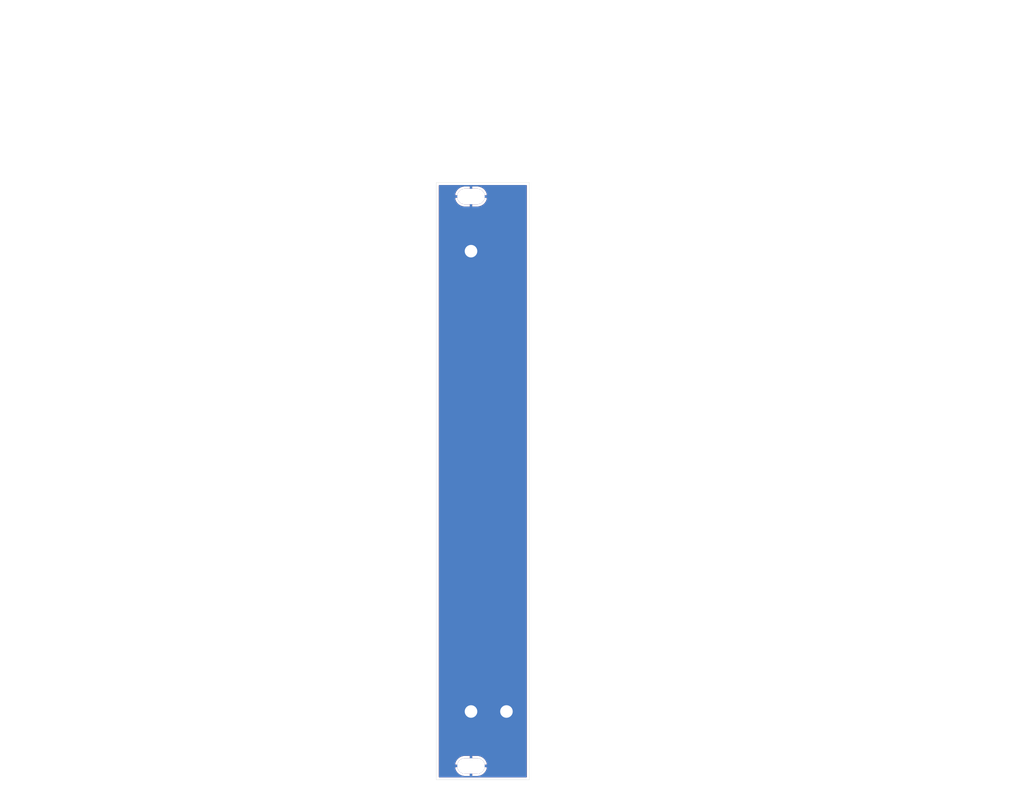
<source format=kicad_pcb>
(kicad_pcb (version 20211014) (generator pcbnew)
  (title_block (title "3U 4HP blanking DIN41612 with PCB mounting hole") (date "2021-08-12") (rev "v1.1") (company "Marten Electric by Martin Niec; www.martenelectric.cz; martenelectric@gmail.com") (comment 1 "PCB dimensions: 20x128mm, 1 layer Aluminium") (comment 2 "Creative Commons Attribution 4.0 International license. CC-BY-4.0"))
  (layers (0 "F.Cu" signal) (31 "B.Cu" signal) (34 "B.Paste" user) (35 "F.Paste" user) (36 "B.SilkS" user "B.Silkscreen") (37 "F.SilkS" user "F.Silkscreen") (38 "B.Mask" user) (39 "F.Mask" user) (44 "Edge.Cuts" user))
  (net 0 "")
  (net 1 "GND")
  (footprint "Marten Atomics Logo 1" (layer "F.Cu") (at 0 0)
    (fp_text reference "REF**" hide)
    (fp_text value "Marten Atomics Logo 1" hide)
  )
  (footprint "Marten Atomics Logo 1" (layer "F.Cu") (at 0 0)
    (fp_text reference "REF**" hide)
    (fp_text value "Marten Atomics Logo 1" hide)
  )
  (footprint "Marten Atomics Logo 1" (layer "F.Cu") (at 0 0)
    (fp_text reference "REF**" hide)
    (fp_text value "Marten Atomics Logo 1" hide)
  )
  (footprint "MountingHole:MountingHole_2.7mm" (layer "F.Cu") (at 100.996 164.392)
    (fp_text reference "H1" hide)
    (fp_text value "MountingHole_Pad")
    (pad "5" thru_hole oval locked (at 0 0) (size 5.9 3.3) (drill oval 5.9 3.3) (layers *.Cu *.Mask) (net 1 "GND"))
  )
  (footprint "MountingHole:MountingHole_2.7mm" (layer "F.Cu") (at 100.996 41.992)
    (fp_text reference "H1" hide)
    (fp_text value "MountingHole_Pad")
    (pad "6" thru_hole oval locked (at 0 0) (size 5.9 3.3) (drill oval 5.9 3.3) (layers *.Cu *.Mask) (net 1 "GND"))
  )
  (footprint "logo:marten-logo_5x5_Fcu" (layer "F.Cu") (at 103.546 134.892)
    (fp_text reference "G***" hide)
    (fp_text value "LOGO" hide)
  )
  (gr_line (start 113.526 38.992) (end 113.526 167.392) (layer "Edge.Cuts") (width 0.05))
  (gr_line (start 93.546 38.992) (end 113.526 38.992) (layer "Edge.Cuts") (width 0.05))
  (gr_line (start 113.526 167.392) (end 93.546 167.392) (layer "Edge.Cuts") (width 0.05))
  (gr_line (start 93.546 167.392) (end 93.546 38.992) (layer "Edge.Cuts") (width 0.05))
  (via (at 100.996 152.692) (size 2.999999) (drill 2.7) (layers "F.Cu" "B.Cu") (net 1))
  (via (at 100.996 53.742) (size 2.999999) (drill 2.7) (layers "F.Cu" "B.Cu") (net 1))
  (via (at 108.616 152.692) (size 2.999999) (drill 2.7) (layers "F.Cu" "B.Cu") (net 1))
  (zone (net 1) (net_name "GND") (layer "F.Cu") (connect_pads (clearance 0.508)) (min_thickness 0.254) (fill yes (thermal_gap 0.508) (thermal_bridge_width 0.508))
    (polygon (pts (xy 114.546 167.992) (xy 92.546 167.992) (xy 92.546 37.992) (xy 114.546 37.992)))
  )
  (zone (net 1) (net_name "GND") (layer "B.Cu") (connect_pads (clearance 0.508)) (min_thickness 0.254) (fill yes (thermal_gap 0.508) (thermal_bridge_width 0.508))
    (polygon (pts (xy 114.546 167.992) (xy 92.546 167.992) (xy 92.546 37.992) (xy 114.546 37.992)))
  )
)
</source>
